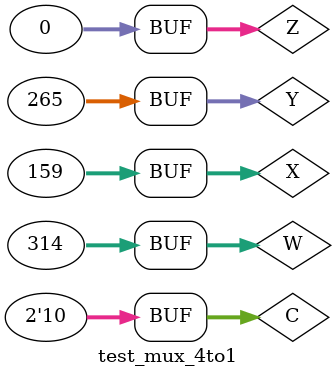
<source format=v>
`timescale 1ns / 1ps


module test_mux_4to1;

	// Inputs
	reg [31:0] W;
	reg [31:0] X;
	reg [31:0] Y;
	reg [31:0] Z;
	reg [1:0] C;

	// Outputs
	wire [31:0] R;

	// Instantiate the Unit Under Test (UUT)
	mux_4to1 uut (
		.W(W), 
		.X(X), 
		.Y(Y), 
		.Z(Z), 
		.C(C), 
		.R(R)
	);

	initial begin
		// Initialize Inputs
		W = 0;
		X = 0;
		Y = 0;
		Z = 0;
		C = 0;

		// Wait 100 ns for global reset to finish
		W = 1; X = 0; Y = 0; Z = 0; C = 0; #100;
      W = 314; X = 159; Y = 265; Z = 0; C = 2; #100;
        
		// Add stimulus here

	end
      
endmodule


</source>
